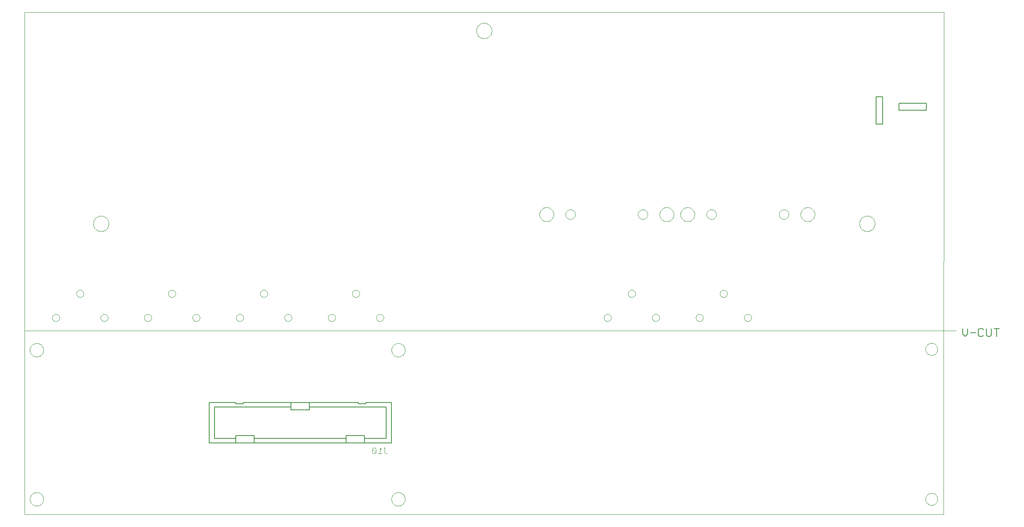
<source format=gbo>
G75*
%MOIN*%
%OFA0B0*%
%FSLAX24Y24*%
%IPPOS*%
%LPD*%
%AMOC8*
5,1,8,0,0,1.08239X$1,22.5*
%
%ADD10C,0.0000*%
%ADD11C,0.0060*%
%ADD12C,0.0080*%
%ADD13C,0.0040*%
%ADD14C,0.0050*%
D10*
X000500Y000250D02*
X000500Y015250D01*
X076500Y015250D01*
X074008Y013750D02*
X074010Y013794D01*
X074016Y013838D01*
X074026Y013881D01*
X074039Y013923D01*
X074057Y013963D01*
X074078Y014002D01*
X074102Y014039D01*
X074129Y014074D01*
X074160Y014106D01*
X074193Y014135D01*
X074229Y014161D01*
X074267Y014183D01*
X074307Y014202D01*
X074348Y014218D01*
X074391Y014230D01*
X074434Y014238D01*
X074478Y014242D01*
X074522Y014242D01*
X074566Y014238D01*
X074609Y014230D01*
X074652Y014218D01*
X074693Y014202D01*
X074733Y014183D01*
X074771Y014161D01*
X074807Y014135D01*
X074840Y014106D01*
X074871Y014074D01*
X074898Y014039D01*
X074922Y014002D01*
X074943Y013963D01*
X074961Y013923D01*
X074974Y013881D01*
X074984Y013838D01*
X074990Y013794D01*
X074992Y013750D01*
X074990Y013706D01*
X074984Y013662D01*
X074974Y013619D01*
X074961Y013577D01*
X074943Y013537D01*
X074922Y013498D01*
X074898Y013461D01*
X074871Y013426D01*
X074840Y013394D01*
X074807Y013365D01*
X074771Y013339D01*
X074733Y013317D01*
X074693Y013298D01*
X074652Y013282D01*
X074609Y013270D01*
X074566Y013262D01*
X074522Y013258D01*
X074478Y013258D01*
X074434Y013262D01*
X074391Y013270D01*
X074348Y013282D01*
X074307Y013298D01*
X074267Y013317D01*
X074229Y013339D01*
X074193Y013365D01*
X074160Y013394D01*
X074129Y013426D01*
X074102Y013461D01*
X074078Y013498D01*
X074057Y013537D01*
X074039Y013577D01*
X074026Y013619D01*
X074016Y013662D01*
X074010Y013706D01*
X074008Y013750D01*
X059213Y016313D02*
X059215Y016347D01*
X059221Y016381D01*
X059231Y016414D01*
X059244Y016445D01*
X059262Y016475D01*
X059282Y016503D01*
X059306Y016528D01*
X059332Y016550D01*
X059360Y016568D01*
X059391Y016584D01*
X059423Y016596D01*
X059457Y016604D01*
X059491Y016608D01*
X059525Y016608D01*
X059559Y016604D01*
X059593Y016596D01*
X059625Y016584D01*
X059655Y016568D01*
X059684Y016550D01*
X059710Y016528D01*
X059734Y016503D01*
X059754Y016475D01*
X059772Y016445D01*
X059785Y016414D01*
X059795Y016381D01*
X059801Y016347D01*
X059803Y016313D01*
X059801Y016279D01*
X059795Y016245D01*
X059785Y016212D01*
X059772Y016181D01*
X059754Y016151D01*
X059734Y016123D01*
X059710Y016098D01*
X059684Y016076D01*
X059656Y016058D01*
X059625Y016042D01*
X059593Y016030D01*
X059559Y016022D01*
X059525Y016018D01*
X059491Y016018D01*
X059457Y016022D01*
X059423Y016030D01*
X059391Y016042D01*
X059360Y016058D01*
X059332Y016076D01*
X059306Y016098D01*
X059282Y016123D01*
X059262Y016151D01*
X059244Y016181D01*
X059231Y016212D01*
X059221Y016245D01*
X059215Y016279D01*
X059213Y016313D01*
X055276Y016313D02*
X055278Y016347D01*
X055284Y016381D01*
X055294Y016414D01*
X055307Y016445D01*
X055325Y016475D01*
X055345Y016503D01*
X055369Y016528D01*
X055395Y016550D01*
X055423Y016568D01*
X055454Y016584D01*
X055486Y016596D01*
X055520Y016604D01*
X055554Y016608D01*
X055588Y016608D01*
X055622Y016604D01*
X055656Y016596D01*
X055688Y016584D01*
X055718Y016568D01*
X055747Y016550D01*
X055773Y016528D01*
X055797Y016503D01*
X055817Y016475D01*
X055835Y016445D01*
X055848Y016414D01*
X055858Y016381D01*
X055864Y016347D01*
X055866Y016313D01*
X055864Y016279D01*
X055858Y016245D01*
X055848Y016212D01*
X055835Y016181D01*
X055817Y016151D01*
X055797Y016123D01*
X055773Y016098D01*
X055747Y016076D01*
X055719Y016058D01*
X055688Y016042D01*
X055656Y016030D01*
X055622Y016022D01*
X055588Y016018D01*
X055554Y016018D01*
X055520Y016022D01*
X055486Y016030D01*
X055454Y016042D01*
X055423Y016058D01*
X055395Y016076D01*
X055369Y016098D01*
X055345Y016123D01*
X055325Y016151D01*
X055307Y016181D01*
X055294Y016212D01*
X055284Y016245D01*
X055278Y016279D01*
X055276Y016313D01*
X051713Y016313D02*
X051715Y016347D01*
X051721Y016381D01*
X051731Y016414D01*
X051744Y016445D01*
X051762Y016475D01*
X051782Y016503D01*
X051806Y016528D01*
X051832Y016550D01*
X051860Y016568D01*
X051891Y016584D01*
X051923Y016596D01*
X051957Y016604D01*
X051991Y016608D01*
X052025Y016608D01*
X052059Y016604D01*
X052093Y016596D01*
X052125Y016584D01*
X052155Y016568D01*
X052184Y016550D01*
X052210Y016528D01*
X052234Y016503D01*
X052254Y016475D01*
X052272Y016445D01*
X052285Y016414D01*
X052295Y016381D01*
X052301Y016347D01*
X052303Y016313D01*
X052301Y016279D01*
X052295Y016245D01*
X052285Y016212D01*
X052272Y016181D01*
X052254Y016151D01*
X052234Y016123D01*
X052210Y016098D01*
X052184Y016076D01*
X052156Y016058D01*
X052125Y016042D01*
X052093Y016030D01*
X052059Y016022D01*
X052025Y016018D01*
X051991Y016018D01*
X051957Y016022D01*
X051923Y016030D01*
X051891Y016042D01*
X051860Y016058D01*
X051832Y016076D01*
X051806Y016098D01*
X051782Y016123D01*
X051762Y016151D01*
X051744Y016181D01*
X051731Y016212D01*
X051721Y016245D01*
X051715Y016279D01*
X051713Y016313D01*
X049744Y018281D02*
X049746Y018315D01*
X049752Y018349D01*
X049762Y018382D01*
X049775Y018413D01*
X049793Y018443D01*
X049813Y018471D01*
X049837Y018496D01*
X049863Y018518D01*
X049891Y018536D01*
X049922Y018552D01*
X049954Y018564D01*
X049988Y018572D01*
X050022Y018576D01*
X050056Y018576D01*
X050090Y018572D01*
X050124Y018564D01*
X050156Y018552D01*
X050186Y018536D01*
X050215Y018518D01*
X050241Y018496D01*
X050265Y018471D01*
X050285Y018443D01*
X050303Y018413D01*
X050316Y018382D01*
X050326Y018349D01*
X050332Y018315D01*
X050334Y018281D01*
X050332Y018247D01*
X050326Y018213D01*
X050316Y018180D01*
X050303Y018149D01*
X050285Y018119D01*
X050265Y018091D01*
X050241Y018066D01*
X050215Y018044D01*
X050187Y018026D01*
X050156Y018010D01*
X050124Y017998D01*
X050090Y017990D01*
X050056Y017986D01*
X050022Y017986D01*
X049988Y017990D01*
X049954Y017998D01*
X049922Y018010D01*
X049891Y018026D01*
X049863Y018044D01*
X049837Y018066D01*
X049813Y018091D01*
X049793Y018119D01*
X049775Y018149D01*
X049762Y018180D01*
X049752Y018213D01*
X049746Y018247D01*
X049744Y018281D01*
X047776Y016313D02*
X047778Y016347D01*
X047784Y016381D01*
X047794Y016414D01*
X047807Y016445D01*
X047825Y016475D01*
X047845Y016503D01*
X047869Y016528D01*
X047895Y016550D01*
X047923Y016568D01*
X047954Y016584D01*
X047986Y016596D01*
X048020Y016604D01*
X048054Y016608D01*
X048088Y016608D01*
X048122Y016604D01*
X048156Y016596D01*
X048188Y016584D01*
X048218Y016568D01*
X048247Y016550D01*
X048273Y016528D01*
X048297Y016503D01*
X048317Y016475D01*
X048335Y016445D01*
X048348Y016414D01*
X048358Y016381D01*
X048364Y016347D01*
X048366Y016313D01*
X048364Y016279D01*
X048358Y016245D01*
X048348Y016212D01*
X048335Y016181D01*
X048317Y016151D01*
X048297Y016123D01*
X048273Y016098D01*
X048247Y016076D01*
X048219Y016058D01*
X048188Y016042D01*
X048156Y016030D01*
X048122Y016022D01*
X048088Y016018D01*
X048054Y016018D01*
X048020Y016022D01*
X047986Y016030D01*
X047954Y016042D01*
X047923Y016058D01*
X047895Y016076D01*
X047869Y016098D01*
X047845Y016123D01*
X047825Y016151D01*
X047807Y016181D01*
X047794Y016212D01*
X047784Y016245D01*
X047778Y016279D01*
X047776Y016313D01*
X057244Y018281D02*
X057246Y018315D01*
X057252Y018349D01*
X057262Y018382D01*
X057275Y018413D01*
X057293Y018443D01*
X057313Y018471D01*
X057337Y018496D01*
X057363Y018518D01*
X057391Y018536D01*
X057422Y018552D01*
X057454Y018564D01*
X057488Y018572D01*
X057522Y018576D01*
X057556Y018576D01*
X057590Y018572D01*
X057624Y018564D01*
X057656Y018552D01*
X057686Y018536D01*
X057715Y018518D01*
X057741Y018496D01*
X057765Y018471D01*
X057785Y018443D01*
X057803Y018413D01*
X057816Y018382D01*
X057826Y018349D01*
X057832Y018315D01*
X057834Y018281D01*
X057832Y018247D01*
X057826Y018213D01*
X057816Y018180D01*
X057803Y018149D01*
X057785Y018119D01*
X057765Y018091D01*
X057741Y018066D01*
X057715Y018044D01*
X057687Y018026D01*
X057656Y018010D01*
X057624Y017998D01*
X057590Y017990D01*
X057556Y017986D01*
X057522Y017986D01*
X057488Y017990D01*
X057454Y017998D01*
X057422Y018010D01*
X057391Y018026D01*
X057363Y018044D01*
X057337Y018066D01*
X057313Y018091D01*
X057293Y018119D01*
X057275Y018149D01*
X057262Y018180D01*
X057252Y018213D01*
X057246Y018247D01*
X057244Y018281D01*
X056151Y024750D02*
X056153Y024789D01*
X056159Y024828D01*
X056169Y024866D01*
X056182Y024903D01*
X056199Y024938D01*
X056219Y024972D01*
X056243Y025003D01*
X056270Y025032D01*
X056299Y025058D01*
X056331Y025081D01*
X056365Y025101D01*
X056401Y025117D01*
X056438Y025129D01*
X056477Y025138D01*
X056516Y025143D01*
X056555Y025144D01*
X056594Y025141D01*
X056633Y025134D01*
X056670Y025123D01*
X056707Y025109D01*
X056742Y025091D01*
X056775Y025070D01*
X056806Y025045D01*
X056834Y025018D01*
X056859Y024988D01*
X056881Y024955D01*
X056900Y024921D01*
X056915Y024885D01*
X056927Y024847D01*
X056935Y024809D01*
X056939Y024770D01*
X056939Y024730D01*
X056935Y024691D01*
X056927Y024653D01*
X056915Y024615D01*
X056900Y024579D01*
X056881Y024545D01*
X056859Y024512D01*
X056834Y024482D01*
X056806Y024455D01*
X056775Y024430D01*
X056742Y024409D01*
X056707Y024391D01*
X056670Y024377D01*
X056633Y024366D01*
X056594Y024359D01*
X056555Y024356D01*
X056516Y024357D01*
X056477Y024362D01*
X056438Y024371D01*
X056401Y024383D01*
X056365Y024399D01*
X056331Y024419D01*
X056299Y024442D01*
X056270Y024468D01*
X056243Y024497D01*
X056219Y024528D01*
X056199Y024562D01*
X056182Y024597D01*
X056169Y024634D01*
X056159Y024672D01*
X056153Y024711D01*
X056151Y024750D01*
X054025Y024750D02*
X054027Y024797D01*
X054033Y024845D01*
X054043Y024891D01*
X054056Y024937D01*
X054073Y024981D01*
X054094Y025024D01*
X054119Y025064D01*
X054146Y025103D01*
X054177Y025139D01*
X054211Y025173D01*
X054247Y025204D01*
X054286Y025231D01*
X054326Y025256D01*
X054369Y025277D01*
X054413Y025294D01*
X054459Y025307D01*
X054505Y025317D01*
X054553Y025323D01*
X054600Y025325D01*
X054647Y025323D01*
X054695Y025317D01*
X054741Y025307D01*
X054787Y025294D01*
X054831Y025277D01*
X054874Y025256D01*
X054914Y025231D01*
X054953Y025204D01*
X054989Y025173D01*
X055023Y025139D01*
X055054Y025103D01*
X055081Y025064D01*
X055106Y025024D01*
X055127Y024981D01*
X055144Y024937D01*
X055157Y024891D01*
X055167Y024845D01*
X055173Y024797D01*
X055175Y024750D01*
X055173Y024703D01*
X055167Y024655D01*
X055157Y024609D01*
X055144Y024563D01*
X055127Y024519D01*
X055106Y024476D01*
X055081Y024436D01*
X055054Y024397D01*
X055023Y024361D01*
X054989Y024327D01*
X054953Y024296D01*
X054914Y024269D01*
X054874Y024244D01*
X054831Y024223D01*
X054787Y024206D01*
X054741Y024193D01*
X054695Y024183D01*
X054647Y024177D01*
X054600Y024175D01*
X054553Y024177D01*
X054505Y024183D01*
X054459Y024193D01*
X054413Y024206D01*
X054369Y024223D01*
X054326Y024244D01*
X054286Y024269D01*
X054247Y024296D01*
X054211Y024327D01*
X054177Y024361D01*
X054146Y024397D01*
X054119Y024436D01*
X054094Y024476D01*
X054073Y024519D01*
X054056Y024563D01*
X054043Y024609D01*
X054033Y024655D01*
X054027Y024703D01*
X054025Y024750D01*
X052325Y024750D02*
X052327Y024797D01*
X052333Y024845D01*
X052343Y024891D01*
X052356Y024937D01*
X052373Y024981D01*
X052394Y025024D01*
X052419Y025064D01*
X052446Y025103D01*
X052477Y025139D01*
X052511Y025173D01*
X052547Y025204D01*
X052586Y025231D01*
X052626Y025256D01*
X052669Y025277D01*
X052713Y025294D01*
X052759Y025307D01*
X052805Y025317D01*
X052853Y025323D01*
X052900Y025325D01*
X052947Y025323D01*
X052995Y025317D01*
X053041Y025307D01*
X053087Y025294D01*
X053131Y025277D01*
X053174Y025256D01*
X053214Y025231D01*
X053253Y025204D01*
X053289Y025173D01*
X053323Y025139D01*
X053354Y025103D01*
X053381Y025064D01*
X053406Y025024D01*
X053427Y024981D01*
X053444Y024937D01*
X053457Y024891D01*
X053467Y024845D01*
X053473Y024797D01*
X053475Y024750D01*
X053473Y024703D01*
X053467Y024655D01*
X053457Y024609D01*
X053444Y024563D01*
X053427Y024519D01*
X053406Y024476D01*
X053381Y024436D01*
X053354Y024397D01*
X053323Y024361D01*
X053289Y024327D01*
X053253Y024296D01*
X053214Y024269D01*
X053174Y024244D01*
X053131Y024223D01*
X053087Y024206D01*
X053041Y024193D01*
X052995Y024183D01*
X052947Y024177D01*
X052900Y024175D01*
X052853Y024177D01*
X052805Y024183D01*
X052759Y024193D01*
X052713Y024206D01*
X052669Y024223D01*
X052626Y024244D01*
X052586Y024269D01*
X052547Y024296D01*
X052511Y024327D01*
X052477Y024361D01*
X052446Y024397D01*
X052419Y024436D01*
X052394Y024476D01*
X052373Y024519D01*
X052356Y024563D01*
X052343Y024609D01*
X052333Y024655D01*
X052327Y024703D01*
X052325Y024750D01*
X050551Y024750D02*
X050553Y024789D01*
X050559Y024828D01*
X050569Y024866D01*
X050582Y024903D01*
X050599Y024938D01*
X050619Y024972D01*
X050643Y025003D01*
X050670Y025032D01*
X050699Y025058D01*
X050731Y025081D01*
X050765Y025101D01*
X050801Y025117D01*
X050838Y025129D01*
X050877Y025138D01*
X050916Y025143D01*
X050955Y025144D01*
X050994Y025141D01*
X051033Y025134D01*
X051070Y025123D01*
X051107Y025109D01*
X051142Y025091D01*
X051175Y025070D01*
X051206Y025045D01*
X051234Y025018D01*
X051259Y024988D01*
X051281Y024955D01*
X051300Y024921D01*
X051315Y024885D01*
X051327Y024847D01*
X051335Y024809D01*
X051339Y024770D01*
X051339Y024730D01*
X051335Y024691D01*
X051327Y024653D01*
X051315Y024615D01*
X051300Y024579D01*
X051281Y024545D01*
X051259Y024512D01*
X051234Y024482D01*
X051206Y024455D01*
X051175Y024430D01*
X051142Y024409D01*
X051107Y024391D01*
X051070Y024377D01*
X051033Y024366D01*
X050994Y024359D01*
X050955Y024356D01*
X050916Y024357D01*
X050877Y024362D01*
X050838Y024371D01*
X050801Y024383D01*
X050765Y024399D01*
X050731Y024419D01*
X050699Y024442D01*
X050670Y024468D01*
X050643Y024497D01*
X050619Y024528D01*
X050599Y024562D01*
X050582Y024597D01*
X050569Y024634D01*
X050559Y024672D01*
X050553Y024711D01*
X050551Y024750D01*
X044651Y024750D02*
X044653Y024789D01*
X044659Y024828D01*
X044669Y024866D01*
X044682Y024903D01*
X044699Y024938D01*
X044719Y024972D01*
X044743Y025003D01*
X044770Y025032D01*
X044799Y025058D01*
X044831Y025081D01*
X044865Y025101D01*
X044901Y025117D01*
X044938Y025129D01*
X044977Y025138D01*
X045016Y025143D01*
X045055Y025144D01*
X045094Y025141D01*
X045133Y025134D01*
X045170Y025123D01*
X045207Y025109D01*
X045242Y025091D01*
X045275Y025070D01*
X045306Y025045D01*
X045334Y025018D01*
X045359Y024988D01*
X045381Y024955D01*
X045400Y024921D01*
X045415Y024885D01*
X045427Y024847D01*
X045435Y024809D01*
X045439Y024770D01*
X045439Y024730D01*
X045435Y024691D01*
X045427Y024653D01*
X045415Y024615D01*
X045400Y024579D01*
X045381Y024545D01*
X045359Y024512D01*
X045334Y024482D01*
X045306Y024455D01*
X045275Y024430D01*
X045242Y024409D01*
X045207Y024391D01*
X045170Y024377D01*
X045133Y024366D01*
X045094Y024359D01*
X045055Y024356D01*
X045016Y024357D01*
X044977Y024362D01*
X044938Y024371D01*
X044901Y024383D01*
X044865Y024399D01*
X044831Y024419D01*
X044799Y024442D01*
X044770Y024468D01*
X044743Y024497D01*
X044719Y024528D01*
X044699Y024562D01*
X044682Y024597D01*
X044669Y024634D01*
X044659Y024672D01*
X044653Y024711D01*
X044651Y024750D01*
X042525Y024750D02*
X042527Y024797D01*
X042533Y024845D01*
X042543Y024891D01*
X042556Y024937D01*
X042573Y024981D01*
X042594Y025024D01*
X042619Y025064D01*
X042646Y025103D01*
X042677Y025139D01*
X042711Y025173D01*
X042747Y025204D01*
X042786Y025231D01*
X042826Y025256D01*
X042869Y025277D01*
X042913Y025294D01*
X042959Y025307D01*
X043005Y025317D01*
X043053Y025323D01*
X043100Y025325D01*
X043147Y025323D01*
X043195Y025317D01*
X043241Y025307D01*
X043287Y025294D01*
X043331Y025277D01*
X043374Y025256D01*
X043414Y025231D01*
X043453Y025204D01*
X043489Y025173D01*
X043523Y025139D01*
X043554Y025103D01*
X043581Y025064D01*
X043606Y025024D01*
X043627Y024981D01*
X043644Y024937D01*
X043657Y024891D01*
X043667Y024845D01*
X043673Y024797D01*
X043675Y024750D01*
X043673Y024703D01*
X043667Y024655D01*
X043657Y024609D01*
X043644Y024563D01*
X043627Y024519D01*
X043606Y024476D01*
X043581Y024436D01*
X043554Y024397D01*
X043523Y024361D01*
X043489Y024327D01*
X043453Y024296D01*
X043414Y024269D01*
X043374Y024244D01*
X043331Y024223D01*
X043287Y024206D01*
X043241Y024193D01*
X043195Y024183D01*
X043147Y024177D01*
X043100Y024175D01*
X043053Y024177D01*
X043005Y024183D01*
X042959Y024193D01*
X042913Y024206D01*
X042869Y024223D01*
X042826Y024244D01*
X042786Y024269D01*
X042747Y024296D01*
X042711Y024327D01*
X042677Y024361D01*
X042646Y024397D01*
X042619Y024436D01*
X042594Y024476D01*
X042573Y024519D01*
X042556Y024563D01*
X042543Y024609D01*
X042533Y024655D01*
X042527Y024703D01*
X042525Y024750D01*
X027244Y018281D02*
X027246Y018315D01*
X027252Y018349D01*
X027262Y018382D01*
X027275Y018413D01*
X027293Y018443D01*
X027313Y018471D01*
X027337Y018496D01*
X027363Y018518D01*
X027391Y018536D01*
X027422Y018552D01*
X027454Y018564D01*
X027488Y018572D01*
X027522Y018576D01*
X027556Y018576D01*
X027590Y018572D01*
X027624Y018564D01*
X027656Y018552D01*
X027686Y018536D01*
X027715Y018518D01*
X027741Y018496D01*
X027765Y018471D01*
X027785Y018443D01*
X027803Y018413D01*
X027816Y018382D01*
X027826Y018349D01*
X027832Y018315D01*
X027834Y018281D01*
X027832Y018247D01*
X027826Y018213D01*
X027816Y018180D01*
X027803Y018149D01*
X027785Y018119D01*
X027765Y018091D01*
X027741Y018066D01*
X027715Y018044D01*
X027687Y018026D01*
X027656Y018010D01*
X027624Y017998D01*
X027590Y017990D01*
X027556Y017986D01*
X027522Y017986D01*
X027488Y017990D01*
X027454Y017998D01*
X027422Y018010D01*
X027391Y018026D01*
X027363Y018044D01*
X027337Y018066D01*
X027313Y018091D01*
X027293Y018119D01*
X027275Y018149D01*
X027262Y018180D01*
X027252Y018213D01*
X027246Y018247D01*
X027244Y018281D01*
X025276Y016313D02*
X025278Y016347D01*
X025284Y016381D01*
X025294Y016414D01*
X025307Y016445D01*
X025325Y016475D01*
X025345Y016503D01*
X025369Y016528D01*
X025395Y016550D01*
X025423Y016568D01*
X025454Y016584D01*
X025486Y016596D01*
X025520Y016604D01*
X025554Y016608D01*
X025588Y016608D01*
X025622Y016604D01*
X025656Y016596D01*
X025688Y016584D01*
X025718Y016568D01*
X025747Y016550D01*
X025773Y016528D01*
X025797Y016503D01*
X025817Y016475D01*
X025835Y016445D01*
X025848Y016414D01*
X025858Y016381D01*
X025864Y016347D01*
X025866Y016313D01*
X025864Y016279D01*
X025858Y016245D01*
X025848Y016212D01*
X025835Y016181D01*
X025817Y016151D01*
X025797Y016123D01*
X025773Y016098D01*
X025747Y016076D01*
X025719Y016058D01*
X025688Y016042D01*
X025656Y016030D01*
X025622Y016022D01*
X025588Y016018D01*
X025554Y016018D01*
X025520Y016022D01*
X025486Y016030D01*
X025454Y016042D01*
X025423Y016058D01*
X025395Y016076D01*
X025369Y016098D01*
X025345Y016123D01*
X025325Y016151D01*
X025307Y016181D01*
X025294Y016212D01*
X025284Y016245D01*
X025278Y016279D01*
X025276Y016313D01*
X021713Y016313D02*
X021715Y016347D01*
X021721Y016381D01*
X021731Y016414D01*
X021744Y016445D01*
X021762Y016475D01*
X021782Y016503D01*
X021806Y016528D01*
X021832Y016550D01*
X021860Y016568D01*
X021891Y016584D01*
X021923Y016596D01*
X021957Y016604D01*
X021991Y016608D01*
X022025Y016608D01*
X022059Y016604D01*
X022093Y016596D01*
X022125Y016584D01*
X022155Y016568D01*
X022184Y016550D01*
X022210Y016528D01*
X022234Y016503D01*
X022254Y016475D01*
X022272Y016445D01*
X022285Y016414D01*
X022295Y016381D01*
X022301Y016347D01*
X022303Y016313D01*
X022301Y016279D01*
X022295Y016245D01*
X022285Y016212D01*
X022272Y016181D01*
X022254Y016151D01*
X022234Y016123D01*
X022210Y016098D01*
X022184Y016076D01*
X022156Y016058D01*
X022125Y016042D01*
X022093Y016030D01*
X022059Y016022D01*
X022025Y016018D01*
X021991Y016018D01*
X021957Y016022D01*
X021923Y016030D01*
X021891Y016042D01*
X021860Y016058D01*
X021832Y016076D01*
X021806Y016098D01*
X021782Y016123D01*
X021762Y016151D01*
X021744Y016181D01*
X021731Y016212D01*
X021721Y016245D01*
X021715Y016279D01*
X021713Y016313D01*
X019744Y018281D02*
X019746Y018315D01*
X019752Y018349D01*
X019762Y018382D01*
X019775Y018413D01*
X019793Y018443D01*
X019813Y018471D01*
X019837Y018496D01*
X019863Y018518D01*
X019891Y018536D01*
X019922Y018552D01*
X019954Y018564D01*
X019988Y018572D01*
X020022Y018576D01*
X020056Y018576D01*
X020090Y018572D01*
X020124Y018564D01*
X020156Y018552D01*
X020186Y018536D01*
X020215Y018518D01*
X020241Y018496D01*
X020265Y018471D01*
X020285Y018443D01*
X020303Y018413D01*
X020316Y018382D01*
X020326Y018349D01*
X020332Y018315D01*
X020334Y018281D01*
X020332Y018247D01*
X020326Y018213D01*
X020316Y018180D01*
X020303Y018149D01*
X020285Y018119D01*
X020265Y018091D01*
X020241Y018066D01*
X020215Y018044D01*
X020187Y018026D01*
X020156Y018010D01*
X020124Y017998D01*
X020090Y017990D01*
X020056Y017986D01*
X020022Y017986D01*
X019988Y017990D01*
X019954Y017998D01*
X019922Y018010D01*
X019891Y018026D01*
X019863Y018044D01*
X019837Y018066D01*
X019813Y018091D01*
X019793Y018119D01*
X019775Y018149D01*
X019762Y018180D01*
X019752Y018213D01*
X019746Y018247D01*
X019744Y018281D01*
X017776Y016313D02*
X017778Y016347D01*
X017784Y016381D01*
X017794Y016414D01*
X017807Y016445D01*
X017825Y016475D01*
X017845Y016503D01*
X017869Y016528D01*
X017895Y016550D01*
X017923Y016568D01*
X017954Y016584D01*
X017986Y016596D01*
X018020Y016604D01*
X018054Y016608D01*
X018088Y016608D01*
X018122Y016604D01*
X018156Y016596D01*
X018188Y016584D01*
X018218Y016568D01*
X018247Y016550D01*
X018273Y016528D01*
X018297Y016503D01*
X018317Y016475D01*
X018335Y016445D01*
X018348Y016414D01*
X018358Y016381D01*
X018364Y016347D01*
X018366Y016313D01*
X018364Y016279D01*
X018358Y016245D01*
X018348Y016212D01*
X018335Y016181D01*
X018317Y016151D01*
X018297Y016123D01*
X018273Y016098D01*
X018247Y016076D01*
X018219Y016058D01*
X018188Y016042D01*
X018156Y016030D01*
X018122Y016022D01*
X018088Y016018D01*
X018054Y016018D01*
X018020Y016022D01*
X017986Y016030D01*
X017954Y016042D01*
X017923Y016058D01*
X017895Y016076D01*
X017869Y016098D01*
X017845Y016123D01*
X017825Y016151D01*
X017807Y016181D01*
X017794Y016212D01*
X017784Y016245D01*
X017778Y016279D01*
X017776Y016313D01*
X014213Y016313D02*
X014215Y016347D01*
X014221Y016381D01*
X014231Y016414D01*
X014244Y016445D01*
X014262Y016475D01*
X014282Y016503D01*
X014306Y016528D01*
X014332Y016550D01*
X014360Y016568D01*
X014391Y016584D01*
X014423Y016596D01*
X014457Y016604D01*
X014491Y016608D01*
X014525Y016608D01*
X014559Y016604D01*
X014593Y016596D01*
X014625Y016584D01*
X014655Y016568D01*
X014684Y016550D01*
X014710Y016528D01*
X014734Y016503D01*
X014754Y016475D01*
X014772Y016445D01*
X014785Y016414D01*
X014795Y016381D01*
X014801Y016347D01*
X014803Y016313D01*
X014801Y016279D01*
X014795Y016245D01*
X014785Y016212D01*
X014772Y016181D01*
X014754Y016151D01*
X014734Y016123D01*
X014710Y016098D01*
X014684Y016076D01*
X014656Y016058D01*
X014625Y016042D01*
X014593Y016030D01*
X014559Y016022D01*
X014525Y016018D01*
X014491Y016018D01*
X014457Y016022D01*
X014423Y016030D01*
X014391Y016042D01*
X014360Y016058D01*
X014332Y016076D01*
X014306Y016098D01*
X014282Y016123D01*
X014262Y016151D01*
X014244Y016181D01*
X014231Y016212D01*
X014221Y016245D01*
X014215Y016279D01*
X014213Y016313D01*
X010276Y016313D02*
X010278Y016347D01*
X010284Y016381D01*
X010294Y016414D01*
X010307Y016445D01*
X010325Y016475D01*
X010345Y016503D01*
X010369Y016528D01*
X010395Y016550D01*
X010423Y016568D01*
X010454Y016584D01*
X010486Y016596D01*
X010520Y016604D01*
X010554Y016608D01*
X010588Y016608D01*
X010622Y016604D01*
X010656Y016596D01*
X010688Y016584D01*
X010718Y016568D01*
X010747Y016550D01*
X010773Y016528D01*
X010797Y016503D01*
X010817Y016475D01*
X010835Y016445D01*
X010848Y016414D01*
X010858Y016381D01*
X010864Y016347D01*
X010866Y016313D01*
X010864Y016279D01*
X010858Y016245D01*
X010848Y016212D01*
X010835Y016181D01*
X010817Y016151D01*
X010797Y016123D01*
X010773Y016098D01*
X010747Y016076D01*
X010719Y016058D01*
X010688Y016042D01*
X010656Y016030D01*
X010622Y016022D01*
X010588Y016018D01*
X010554Y016018D01*
X010520Y016022D01*
X010486Y016030D01*
X010454Y016042D01*
X010423Y016058D01*
X010395Y016076D01*
X010369Y016098D01*
X010345Y016123D01*
X010325Y016151D01*
X010307Y016181D01*
X010294Y016212D01*
X010284Y016245D01*
X010278Y016279D01*
X010276Y016313D01*
X006713Y016313D02*
X006715Y016347D01*
X006721Y016381D01*
X006731Y016414D01*
X006744Y016445D01*
X006762Y016475D01*
X006782Y016503D01*
X006806Y016528D01*
X006832Y016550D01*
X006860Y016568D01*
X006891Y016584D01*
X006923Y016596D01*
X006957Y016604D01*
X006991Y016608D01*
X007025Y016608D01*
X007059Y016604D01*
X007093Y016596D01*
X007125Y016584D01*
X007155Y016568D01*
X007184Y016550D01*
X007210Y016528D01*
X007234Y016503D01*
X007254Y016475D01*
X007272Y016445D01*
X007285Y016414D01*
X007295Y016381D01*
X007301Y016347D01*
X007303Y016313D01*
X007301Y016279D01*
X007295Y016245D01*
X007285Y016212D01*
X007272Y016181D01*
X007254Y016151D01*
X007234Y016123D01*
X007210Y016098D01*
X007184Y016076D01*
X007156Y016058D01*
X007125Y016042D01*
X007093Y016030D01*
X007059Y016022D01*
X007025Y016018D01*
X006991Y016018D01*
X006957Y016022D01*
X006923Y016030D01*
X006891Y016042D01*
X006860Y016058D01*
X006832Y016076D01*
X006806Y016098D01*
X006782Y016123D01*
X006762Y016151D01*
X006744Y016181D01*
X006731Y016212D01*
X006721Y016245D01*
X006715Y016279D01*
X006713Y016313D01*
X004744Y018281D02*
X004746Y018315D01*
X004752Y018349D01*
X004762Y018382D01*
X004775Y018413D01*
X004793Y018443D01*
X004813Y018471D01*
X004837Y018496D01*
X004863Y018518D01*
X004891Y018536D01*
X004922Y018552D01*
X004954Y018564D01*
X004988Y018572D01*
X005022Y018576D01*
X005056Y018576D01*
X005090Y018572D01*
X005124Y018564D01*
X005156Y018552D01*
X005186Y018536D01*
X005215Y018518D01*
X005241Y018496D01*
X005265Y018471D01*
X005285Y018443D01*
X005303Y018413D01*
X005316Y018382D01*
X005326Y018349D01*
X005332Y018315D01*
X005334Y018281D01*
X005332Y018247D01*
X005326Y018213D01*
X005316Y018180D01*
X005303Y018149D01*
X005285Y018119D01*
X005265Y018091D01*
X005241Y018066D01*
X005215Y018044D01*
X005187Y018026D01*
X005156Y018010D01*
X005124Y017998D01*
X005090Y017990D01*
X005056Y017986D01*
X005022Y017986D01*
X004988Y017990D01*
X004954Y017998D01*
X004922Y018010D01*
X004891Y018026D01*
X004863Y018044D01*
X004837Y018066D01*
X004813Y018091D01*
X004793Y018119D01*
X004775Y018149D01*
X004762Y018180D01*
X004752Y018213D01*
X004746Y018247D01*
X004744Y018281D01*
X002776Y016313D02*
X002778Y016347D01*
X002784Y016381D01*
X002794Y016414D01*
X002807Y016445D01*
X002825Y016475D01*
X002845Y016503D01*
X002869Y016528D01*
X002895Y016550D01*
X002923Y016568D01*
X002954Y016584D01*
X002986Y016596D01*
X003020Y016604D01*
X003054Y016608D01*
X003088Y016608D01*
X003122Y016604D01*
X003156Y016596D01*
X003188Y016584D01*
X003218Y016568D01*
X003247Y016550D01*
X003273Y016528D01*
X003297Y016503D01*
X003317Y016475D01*
X003335Y016445D01*
X003348Y016414D01*
X003358Y016381D01*
X003364Y016347D01*
X003366Y016313D01*
X003364Y016279D01*
X003358Y016245D01*
X003348Y016212D01*
X003335Y016181D01*
X003317Y016151D01*
X003297Y016123D01*
X003273Y016098D01*
X003247Y016076D01*
X003219Y016058D01*
X003188Y016042D01*
X003156Y016030D01*
X003122Y016022D01*
X003088Y016018D01*
X003054Y016018D01*
X003020Y016022D01*
X002986Y016030D01*
X002954Y016042D01*
X002923Y016058D01*
X002895Y016076D01*
X002869Y016098D01*
X002845Y016123D01*
X002825Y016151D01*
X002807Y016181D01*
X002794Y016212D01*
X002784Y016245D01*
X002778Y016279D01*
X002776Y016313D01*
X000500Y015250D02*
X000500Y041250D01*
X075500Y041250D01*
X075492Y000250D01*
X000500Y000250D01*
X000949Y001500D02*
X000951Y001547D01*
X000957Y001593D01*
X000967Y001639D01*
X000980Y001684D01*
X000998Y001727D01*
X001019Y001769D01*
X001043Y001809D01*
X001071Y001846D01*
X001102Y001881D01*
X001136Y001914D01*
X001172Y001943D01*
X001211Y001969D01*
X001252Y001992D01*
X001295Y002011D01*
X001339Y002027D01*
X001384Y002039D01*
X001430Y002047D01*
X001477Y002051D01*
X001523Y002051D01*
X001570Y002047D01*
X001616Y002039D01*
X001661Y002027D01*
X001705Y002011D01*
X001748Y001992D01*
X001789Y001969D01*
X001828Y001943D01*
X001864Y001914D01*
X001898Y001881D01*
X001929Y001846D01*
X001957Y001809D01*
X001981Y001769D01*
X002002Y001727D01*
X002020Y001684D01*
X002033Y001639D01*
X002043Y001593D01*
X002049Y001547D01*
X002051Y001500D01*
X002049Y001453D01*
X002043Y001407D01*
X002033Y001361D01*
X002020Y001316D01*
X002002Y001273D01*
X001981Y001231D01*
X001957Y001191D01*
X001929Y001154D01*
X001898Y001119D01*
X001864Y001086D01*
X001828Y001057D01*
X001789Y001031D01*
X001748Y001008D01*
X001705Y000989D01*
X001661Y000973D01*
X001616Y000961D01*
X001570Y000953D01*
X001523Y000949D01*
X001477Y000949D01*
X001430Y000953D01*
X001384Y000961D01*
X001339Y000973D01*
X001295Y000989D01*
X001252Y001008D01*
X001211Y001031D01*
X001172Y001057D01*
X001136Y001086D01*
X001102Y001119D01*
X001071Y001154D01*
X001043Y001191D01*
X001019Y001231D01*
X000998Y001273D01*
X000980Y001316D01*
X000967Y001361D01*
X000957Y001407D01*
X000951Y001453D01*
X000949Y001500D01*
X000949Y013673D02*
X000951Y013720D01*
X000957Y013766D01*
X000967Y013812D01*
X000980Y013857D01*
X000998Y013900D01*
X001019Y013942D01*
X001043Y013982D01*
X001071Y014019D01*
X001102Y014054D01*
X001136Y014087D01*
X001172Y014116D01*
X001211Y014142D01*
X001252Y014165D01*
X001295Y014184D01*
X001339Y014200D01*
X001384Y014212D01*
X001430Y014220D01*
X001477Y014224D01*
X001523Y014224D01*
X001570Y014220D01*
X001616Y014212D01*
X001661Y014200D01*
X001705Y014184D01*
X001748Y014165D01*
X001789Y014142D01*
X001828Y014116D01*
X001864Y014087D01*
X001898Y014054D01*
X001929Y014019D01*
X001957Y013982D01*
X001981Y013942D01*
X002002Y013900D01*
X002020Y013857D01*
X002033Y013812D01*
X002043Y013766D01*
X002049Y013720D01*
X002051Y013673D01*
X002049Y013626D01*
X002043Y013580D01*
X002033Y013534D01*
X002020Y013489D01*
X002002Y013446D01*
X001981Y013404D01*
X001957Y013364D01*
X001929Y013327D01*
X001898Y013292D01*
X001864Y013259D01*
X001828Y013230D01*
X001789Y013204D01*
X001748Y013181D01*
X001705Y013162D01*
X001661Y013146D01*
X001616Y013134D01*
X001570Y013126D01*
X001523Y013122D01*
X001477Y013122D01*
X001430Y013126D01*
X001384Y013134D01*
X001339Y013146D01*
X001295Y013162D01*
X001252Y013181D01*
X001211Y013204D01*
X001172Y013230D01*
X001136Y013259D01*
X001102Y013292D01*
X001071Y013327D01*
X001043Y013364D01*
X001019Y013404D01*
X000998Y013446D01*
X000980Y013489D01*
X000967Y013534D01*
X000957Y013580D01*
X000951Y013626D01*
X000949Y013673D01*
X012244Y018281D02*
X012246Y018315D01*
X012252Y018349D01*
X012262Y018382D01*
X012275Y018413D01*
X012293Y018443D01*
X012313Y018471D01*
X012337Y018496D01*
X012363Y018518D01*
X012391Y018536D01*
X012422Y018552D01*
X012454Y018564D01*
X012488Y018572D01*
X012522Y018576D01*
X012556Y018576D01*
X012590Y018572D01*
X012624Y018564D01*
X012656Y018552D01*
X012686Y018536D01*
X012715Y018518D01*
X012741Y018496D01*
X012765Y018471D01*
X012785Y018443D01*
X012803Y018413D01*
X012816Y018382D01*
X012826Y018349D01*
X012832Y018315D01*
X012834Y018281D01*
X012832Y018247D01*
X012826Y018213D01*
X012816Y018180D01*
X012803Y018149D01*
X012785Y018119D01*
X012765Y018091D01*
X012741Y018066D01*
X012715Y018044D01*
X012687Y018026D01*
X012656Y018010D01*
X012624Y017998D01*
X012590Y017990D01*
X012556Y017986D01*
X012522Y017986D01*
X012488Y017990D01*
X012454Y017998D01*
X012422Y018010D01*
X012391Y018026D01*
X012363Y018044D01*
X012337Y018066D01*
X012313Y018091D01*
X012293Y018119D01*
X012275Y018149D01*
X012262Y018180D01*
X012252Y018213D01*
X012246Y018247D01*
X012244Y018281D01*
X006120Y024000D02*
X006122Y024050D01*
X006128Y024100D01*
X006138Y024149D01*
X006152Y024197D01*
X006169Y024244D01*
X006190Y024289D01*
X006215Y024333D01*
X006243Y024374D01*
X006275Y024413D01*
X006309Y024450D01*
X006346Y024484D01*
X006386Y024514D01*
X006428Y024541D01*
X006472Y024565D01*
X006518Y024586D01*
X006565Y024602D01*
X006613Y024615D01*
X006663Y024624D01*
X006712Y024629D01*
X006763Y024630D01*
X006813Y024627D01*
X006862Y024620D01*
X006911Y024609D01*
X006959Y024594D01*
X007005Y024576D01*
X007050Y024554D01*
X007093Y024528D01*
X007134Y024499D01*
X007173Y024467D01*
X007209Y024432D01*
X007241Y024394D01*
X007271Y024354D01*
X007298Y024311D01*
X007321Y024267D01*
X007340Y024221D01*
X007356Y024173D01*
X007368Y024124D01*
X007376Y024075D01*
X007380Y024025D01*
X007380Y023975D01*
X007376Y023925D01*
X007368Y023876D01*
X007356Y023827D01*
X007340Y023779D01*
X007321Y023733D01*
X007298Y023689D01*
X007271Y023646D01*
X007241Y023606D01*
X007209Y023568D01*
X007173Y023533D01*
X007134Y023501D01*
X007093Y023472D01*
X007050Y023446D01*
X007005Y023424D01*
X006959Y023406D01*
X006911Y023391D01*
X006862Y023380D01*
X006813Y023373D01*
X006763Y023370D01*
X006712Y023371D01*
X006663Y023376D01*
X006613Y023385D01*
X006565Y023398D01*
X006518Y023414D01*
X006472Y023435D01*
X006428Y023459D01*
X006386Y023486D01*
X006346Y023516D01*
X006309Y023550D01*
X006275Y023587D01*
X006243Y023626D01*
X006215Y023667D01*
X006190Y023711D01*
X006169Y023756D01*
X006152Y023803D01*
X006138Y023851D01*
X006128Y023900D01*
X006122Y023950D01*
X006120Y024000D01*
X029213Y016313D02*
X029215Y016347D01*
X029221Y016381D01*
X029231Y016414D01*
X029244Y016445D01*
X029262Y016475D01*
X029282Y016503D01*
X029306Y016528D01*
X029332Y016550D01*
X029360Y016568D01*
X029391Y016584D01*
X029423Y016596D01*
X029457Y016604D01*
X029491Y016608D01*
X029525Y016608D01*
X029559Y016604D01*
X029593Y016596D01*
X029625Y016584D01*
X029655Y016568D01*
X029684Y016550D01*
X029710Y016528D01*
X029734Y016503D01*
X029754Y016475D01*
X029772Y016445D01*
X029785Y016414D01*
X029795Y016381D01*
X029801Y016347D01*
X029803Y016313D01*
X029801Y016279D01*
X029795Y016245D01*
X029785Y016212D01*
X029772Y016181D01*
X029754Y016151D01*
X029734Y016123D01*
X029710Y016098D01*
X029684Y016076D01*
X029656Y016058D01*
X029625Y016042D01*
X029593Y016030D01*
X029559Y016022D01*
X029525Y016018D01*
X029491Y016018D01*
X029457Y016022D01*
X029423Y016030D01*
X029391Y016042D01*
X029360Y016058D01*
X029332Y016076D01*
X029306Y016098D01*
X029282Y016123D01*
X029262Y016151D01*
X029244Y016181D01*
X029231Y016212D01*
X029221Y016245D01*
X029215Y016279D01*
X029213Y016313D01*
X030445Y013673D02*
X030447Y013720D01*
X030453Y013766D01*
X030463Y013812D01*
X030476Y013857D01*
X030494Y013900D01*
X030515Y013942D01*
X030539Y013982D01*
X030567Y014019D01*
X030598Y014054D01*
X030632Y014087D01*
X030668Y014116D01*
X030707Y014142D01*
X030748Y014165D01*
X030791Y014184D01*
X030835Y014200D01*
X030880Y014212D01*
X030926Y014220D01*
X030973Y014224D01*
X031019Y014224D01*
X031066Y014220D01*
X031112Y014212D01*
X031157Y014200D01*
X031201Y014184D01*
X031244Y014165D01*
X031285Y014142D01*
X031324Y014116D01*
X031360Y014087D01*
X031394Y014054D01*
X031425Y014019D01*
X031453Y013982D01*
X031477Y013942D01*
X031498Y013900D01*
X031516Y013857D01*
X031529Y013812D01*
X031539Y013766D01*
X031545Y013720D01*
X031547Y013673D01*
X031545Y013626D01*
X031539Y013580D01*
X031529Y013534D01*
X031516Y013489D01*
X031498Y013446D01*
X031477Y013404D01*
X031453Y013364D01*
X031425Y013327D01*
X031394Y013292D01*
X031360Y013259D01*
X031324Y013230D01*
X031285Y013204D01*
X031244Y013181D01*
X031201Y013162D01*
X031157Y013146D01*
X031112Y013134D01*
X031066Y013126D01*
X031019Y013122D01*
X030973Y013122D01*
X030926Y013126D01*
X030880Y013134D01*
X030835Y013146D01*
X030791Y013162D01*
X030748Y013181D01*
X030707Y013204D01*
X030668Y013230D01*
X030632Y013259D01*
X030598Y013292D01*
X030567Y013327D01*
X030539Y013364D01*
X030515Y013404D01*
X030494Y013446D01*
X030476Y013489D01*
X030463Y013534D01*
X030453Y013580D01*
X030447Y013626D01*
X030445Y013673D01*
X030445Y001500D02*
X030447Y001547D01*
X030453Y001593D01*
X030463Y001639D01*
X030476Y001684D01*
X030494Y001727D01*
X030515Y001769D01*
X030539Y001809D01*
X030567Y001846D01*
X030598Y001881D01*
X030632Y001914D01*
X030668Y001943D01*
X030707Y001969D01*
X030748Y001992D01*
X030791Y002011D01*
X030835Y002027D01*
X030880Y002039D01*
X030926Y002047D01*
X030973Y002051D01*
X031019Y002051D01*
X031066Y002047D01*
X031112Y002039D01*
X031157Y002027D01*
X031201Y002011D01*
X031244Y001992D01*
X031285Y001969D01*
X031324Y001943D01*
X031360Y001914D01*
X031394Y001881D01*
X031425Y001846D01*
X031453Y001809D01*
X031477Y001769D01*
X031498Y001727D01*
X031516Y001684D01*
X031529Y001639D01*
X031539Y001593D01*
X031545Y001547D01*
X031547Y001500D01*
X031545Y001453D01*
X031539Y001407D01*
X031529Y001361D01*
X031516Y001316D01*
X031498Y001273D01*
X031477Y001231D01*
X031453Y001191D01*
X031425Y001154D01*
X031394Y001119D01*
X031360Y001086D01*
X031324Y001057D01*
X031285Y001031D01*
X031244Y001008D01*
X031201Y000989D01*
X031157Y000973D01*
X031112Y000961D01*
X031066Y000953D01*
X031019Y000949D01*
X030973Y000949D01*
X030926Y000953D01*
X030880Y000961D01*
X030835Y000973D01*
X030791Y000989D01*
X030748Y001008D01*
X030707Y001031D01*
X030668Y001057D01*
X030632Y001086D01*
X030598Y001119D01*
X030567Y001154D01*
X030539Y001191D01*
X030515Y001231D01*
X030494Y001273D01*
X030476Y001316D01*
X030463Y001361D01*
X030453Y001407D01*
X030447Y001453D01*
X030445Y001500D01*
X068620Y024000D02*
X068622Y024050D01*
X068628Y024100D01*
X068638Y024149D01*
X068652Y024197D01*
X068669Y024244D01*
X068690Y024289D01*
X068715Y024333D01*
X068743Y024374D01*
X068775Y024413D01*
X068809Y024450D01*
X068846Y024484D01*
X068886Y024514D01*
X068928Y024541D01*
X068972Y024565D01*
X069018Y024586D01*
X069065Y024602D01*
X069113Y024615D01*
X069163Y024624D01*
X069212Y024629D01*
X069263Y024630D01*
X069313Y024627D01*
X069362Y024620D01*
X069411Y024609D01*
X069459Y024594D01*
X069505Y024576D01*
X069550Y024554D01*
X069593Y024528D01*
X069634Y024499D01*
X069673Y024467D01*
X069709Y024432D01*
X069741Y024394D01*
X069771Y024354D01*
X069798Y024311D01*
X069821Y024267D01*
X069840Y024221D01*
X069856Y024173D01*
X069868Y024124D01*
X069876Y024075D01*
X069880Y024025D01*
X069880Y023975D01*
X069876Y023925D01*
X069868Y023876D01*
X069856Y023827D01*
X069840Y023779D01*
X069821Y023733D01*
X069798Y023689D01*
X069771Y023646D01*
X069741Y023606D01*
X069709Y023568D01*
X069673Y023533D01*
X069634Y023501D01*
X069593Y023472D01*
X069550Y023446D01*
X069505Y023424D01*
X069459Y023406D01*
X069411Y023391D01*
X069362Y023380D01*
X069313Y023373D01*
X069263Y023370D01*
X069212Y023371D01*
X069163Y023376D01*
X069113Y023385D01*
X069065Y023398D01*
X069018Y023414D01*
X068972Y023435D01*
X068928Y023459D01*
X068886Y023486D01*
X068846Y023516D01*
X068809Y023550D01*
X068775Y023587D01*
X068743Y023626D01*
X068715Y023667D01*
X068690Y023711D01*
X068669Y023756D01*
X068652Y023803D01*
X068638Y023851D01*
X068628Y023900D01*
X068622Y023950D01*
X068620Y024000D01*
X063825Y024750D02*
X063827Y024797D01*
X063833Y024845D01*
X063843Y024891D01*
X063856Y024937D01*
X063873Y024981D01*
X063894Y025024D01*
X063919Y025064D01*
X063946Y025103D01*
X063977Y025139D01*
X064011Y025173D01*
X064047Y025204D01*
X064086Y025231D01*
X064126Y025256D01*
X064169Y025277D01*
X064213Y025294D01*
X064259Y025307D01*
X064305Y025317D01*
X064353Y025323D01*
X064400Y025325D01*
X064447Y025323D01*
X064495Y025317D01*
X064541Y025307D01*
X064587Y025294D01*
X064631Y025277D01*
X064674Y025256D01*
X064714Y025231D01*
X064753Y025204D01*
X064789Y025173D01*
X064823Y025139D01*
X064854Y025103D01*
X064881Y025064D01*
X064906Y025024D01*
X064927Y024981D01*
X064944Y024937D01*
X064957Y024891D01*
X064967Y024845D01*
X064973Y024797D01*
X064975Y024750D01*
X064973Y024703D01*
X064967Y024655D01*
X064957Y024609D01*
X064944Y024563D01*
X064927Y024519D01*
X064906Y024476D01*
X064881Y024436D01*
X064854Y024397D01*
X064823Y024361D01*
X064789Y024327D01*
X064753Y024296D01*
X064714Y024269D01*
X064674Y024244D01*
X064631Y024223D01*
X064587Y024206D01*
X064541Y024193D01*
X064495Y024183D01*
X064447Y024177D01*
X064400Y024175D01*
X064353Y024177D01*
X064305Y024183D01*
X064259Y024193D01*
X064213Y024206D01*
X064169Y024223D01*
X064126Y024244D01*
X064086Y024269D01*
X064047Y024296D01*
X064011Y024327D01*
X063977Y024361D01*
X063946Y024397D01*
X063919Y024436D01*
X063894Y024476D01*
X063873Y024519D01*
X063856Y024563D01*
X063843Y024609D01*
X063833Y024655D01*
X063827Y024703D01*
X063825Y024750D01*
X062061Y024750D02*
X062063Y024789D01*
X062069Y024828D01*
X062079Y024866D01*
X062092Y024903D01*
X062109Y024938D01*
X062129Y024972D01*
X062153Y025003D01*
X062180Y025032D01*
X062209Y025058D01*
X062241Y025081D01*
X062275Y025101D01*
X062311Y025117D01*
X062348Y025129D01*
X062387Y025138D01*
X062426Y025143D01*
X062465Y025144D01*
X062504Y025141D01*
X062543Y025134D01*
X062580Y025123D01*
X062617Y025109D01*
X062652Y025091D01*
X062685Y025070D01*
X062716Y025045D01*
X062744Y025018D01*
X062769Y024988D01*
X062791Y024955D01*
X062810Y024921D01*
X062825Y024885D01*
X062837Y024847D01*
X062845Y024809D01*
X062849Y024770D01*
X062849Y024730D01*
X062845Y024691D01*
X062837Y024653D01*
X062825Y024615D01*
X062810Y024579D01*
X062791Y024545D01*
X062769Y024512D01*
X062744Y024482D01*
X062716Y024455D01*
X062685Y024430D01*
X062652Y024409D01*
X062617Y024391D01*
X062580Y024377D01*
X062543Y024366D01*
X062504Y024359D01*
X062465Y024356D01*
X062426Y024357D01*
X062387Y024362D01*
X062348Y024371D01*
X062311Y024383D01*
X062275Y024399D01*
X062241Y024419D01*
X062209Y024442D01*
X062180Y024468D01*
X062153Y024497D01*
X062129Y024528D01*
X062109Y024562D01*
X062092Y024597D01*
X062079Y024634D01*
X062069Y024672D01*
X062063Y024711D01*
X062061Y024750D01*
X037370Y039750D02*
X037372Y039800D01*
X037378Y039850D01*
X037388Y039899D01*
X037402Y039947D01*
X037419Y039994D01*
X037440Y040039D01*
X037465Y040083D01*
X037493Y040124D01*
X037525Y040163D01*
X037559Y040200D01*
X037596Y040234D01*
X037636Y040264D01*
X037678Y040291D01*
X037722Y040315D01*
X037768Y040336D01*
X037815Y040352D01*
X037863Y040365D01*
X037913Y040374D01*
X037962Y040379D01*
X038013Y040380D01*
X038063Y040377D01*
X038112Y040370D01*
X038161Y040359D01*
X038209Y040344D01*
X038255Y040326D01*
X038300Y040304D01*
X038343Y040278D01*
X038384Y040249D01*
X038423Y040217D01*
X038459Y040182D01*
X038491Y040144D01*
X038521Y040104D01*
X038548Y040061D01*
X038571Y040017D01*
X038590Y039971D01*
X038606Y039923D01*
X038618Y039874D01*
X038626Y039825D01*
X038630Y039775D01*
X038630Y039725D01*
X038626Y039675D01*
X038618Y039626D01*
X038606Y039577D01*
X038590Y039529D01*
X038571Y039483D01*
X038548Y039439D01*
X038521Y039396D01*
X038491Y039356D01*
X038459Y039318D01*
X038423Y039283D01*
X038384Y039251D01*
X038343Y039222D01*
X038300Y039196D01*
X038255Y039174D01*
X038209Y039156D01*
X038161Y039141D01*
X038112Y039130D01*
X038063Y039123D01*
X038013Y039120D01*
X037962Y039121D01*
X037913Y039126D01*
X037863Y039135D01*
X037815Y039148D01*
X037768Y039164D01*
X037722Y039185D01*
X037678Y039209D01*
X037636Y039236D01*
X037596Y039266D01*
X037559Y039300D01*
X037525Y039337D01*
X037493Y039376D01*
X037465Y039417D01*
X037440Y039461D01*
X037419Y039506D01*
X037402Y039553D01*
X037388Y039601D01*
X037378Y039650D01*
X037372Y039700D01*
X037370Y039750D01*
X074008Y001500D02*
X074010Y001544D01*
X074016Y001588D01*
X074026Y001631D01*
X074039Y001673D01*
X074057Y001713D01*
X074078Y001752D01*
X074102Y001789D01*
X074129Y001824D01*
X074160Y001856D01*
X074193Y001885D01*
X074229Y001911D01*
X074267Y001933D01*
X074307Y001952D01*
X074348Y001968D01*
X074391Y001980D01*
X074434Y001988D01*
X074478Y001992D01*
X074522Y001992D01*
X074566Y001988D01*
X074609Y001980D01*
X074652Y001968D01*
X074693Y001952D01*
X074733Y001933D01*
X074771Y001911D01*
X074807Y001885D01*
X074840Y001856D01*
X074871Y001824D01*
X074898Y001789D01*
X074922Y001752D01*
X074943Y001713D01*
X074961Y001673D01*
X074974Y001631D01*
X074984Y001588D01*
X074990Y001544D01*
X074992Y001500D01*
X074990Y001456D01*
X074984Y001412D01*
X074974Y001369D01*
X074961Y001327D01*
X074943Y001287D01*
X074922Y001248D01*
X074898Y001211D01*
X074871Y001176D01*
X074840Y001144D01*
X074807Y001115D01*
X074771Y001089D01*
X074733Y001067D01*
X074693Y001048D01*
X074652Y001032D01*
X074609Y001020D01*
X074566Y001012D01*
X074522Y001008D01*
X074478Y001008D01*
X074434Y001012D01*
X074391Y001020D01*
X074348Y001032D01*
X074307Y001048D01*
X074267Y001067D01*
X074229Y001089D01*
X074193Y001115D01*
X074160Y001144D01*
X074129Y001176D01*
X074102Y001211D01*
X074078Y001248D01*
X074057Y001287D01*
X074039Y001327D01*
X074026Y001369D01*
X074016Y001412D01*
X074010Y001456D01*
X074008Y001500D01*
D11*
X077244Y014780D02*
X077457Y014994D01*
X077457Y015421D01*
X077675Y015100D02*
X078102Y015100D01*
X078319Y015314D02*
X078319Y014887D01*
X078426Y014780D01*
X078639Y014780D01*
X078746Y014887D01*
X078964Y014887D02*
X079070Y014780D01*
X079284Y014780D01*
X079391Y014887D01*
X079391Y015421D01*
X079608Y015421D02*
X080035Y015421D01*
X079822Y015421D02*
X079822Y014780D01*
X078964Y014887D02*
X078964Y015421D01*
X078746Y015314D02*
X078639Y015421D01*
X078426Y015421D01*
X078319Y015314D01*
X077244Y014780D02*
X077030Y014994D01*
X077030Y015421D01*
D12*
X030437Y009404D02*
X030437Y006096D01*
X028241Y006096D01*
X028241Y006707D01*
X026759Y006707D01*
X026759Y006096D01*
X028241Y006096D01*
X028244Y006461D02*
X029994Y006461D01*
X029994Y009039D01*
X023741Y009039D01*
X023741Y008793D02*
X022259Y008793D01*
X022259Y009404D01*
X018338Y009404D01*
X018338Y009285D01*
X017756Y009285D01*
X017756Y009404D01*
X015563Y009404D01*
X015563Y006096D01*
X017759Y006096D01*
X017759Y006707D01*
X019241Y006707D01*
X019241Y006096D01*
X026759Y006096D01*
X026758Y006461D02*
X019242Y006461D01*
X019241Y006096D02*
X017759Y006096D01*
X017756Y006461D02*
X016006Y006461D01*
X016006Y009039D01*
X022259Y009039D01*
X022259Y009404D02*
X023741Y009404D01*
X023741Y008793D01*
X023741Y009404D02*
X027756Y009404D01*
X027756Y009285D01*
X028338Y009285D01*
X028338Y009404D01*
X030437Y009404D01*
D13*
X029958Y005680D02*
X029804Y005680D01*
X029881Y005680D02*
X029881Y005297D01*
X029958Y005220D01*
X030034Y005220D01*
X030111Y005297D01*
X029651Y005220D02*
X029344Y005220D01*
X029497Y005220D02*
X029497Y005680D01*
X029651Y005527D01*
X029190Y005604D02*
X029114Y005680D01*
X028960Y005680D01*
X028883Y005604D01*
X029190Y005297D01*
X029114Y005220D01*
X028960Y005220D01*
X028883Y005297D01*
X028883Y005604D01*
X029190Y005604D02*
X029190Y005297D01*
D14*
X069980Y032130D02*
X069980Y034370D01*
X070520Y034370D01*
X070520Y032130D01*
X069980Y032130D01*
X071850Y033270D02*
X071850Y033810D01*
X074090Y033810D01*
X074090Y033270D01*
X071850Y033270D01*
M02*

</source>
